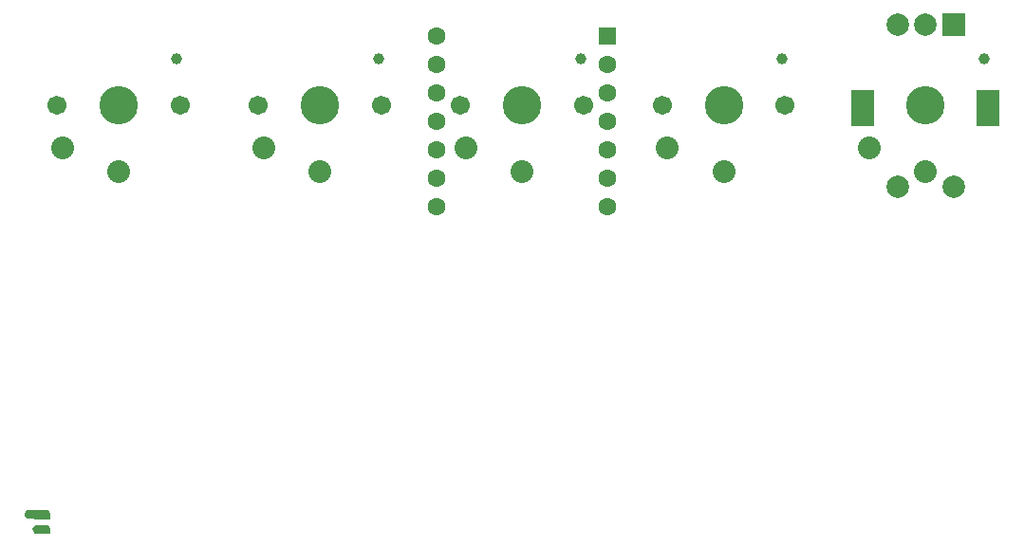
<source format=gbr>
%TF.GenerationSoftware,KiCad,Pcbnew,8.0.6*%
%TF.CreationDate,2024-11-27T16:10:29-06:00*%
%TF.ProjectId,hotdog_pad,686f7464-6f67-45f7-9061-642e6b696361,rev?*%
%TF.SameCoordinates,Original*%
%TF.FileFunction,Soldermask,Top*%
%TF.FilePolarity,Negative*%
%FSLAX46Y46*%
G04 Gerber Fmt 4.6, Leading zero omitted, Abs format (unit mm)*
G04 Created by KiCad (PCBNEW 8.0.6) date 2024-11-27 16:10:29*
%MOMM*%
%LPD*%
G01*
G04 APERTURE LIST*
%ADD10C,0.000000*%
%ADD11C,1.701800*%
%ADD12C,3.429000*%
%ADD13C,0.990600*%
%ADD14C,2.032000*%
%ADD15R,2.000000X2.000000*%
%ADD16C,2.000000*%
%ADD17R,2.000000X3.200000*%
%ADD18R,1.600000X1.600000*%
%ADD19C,1.600000*%
G04 APERTURE END LIST*
D10*
%TO.C,G\u002A\u002A\u002A*%
G36*
X83082793Y-82940115D02*
G01*
X83151414Y-83021132D01*
X83188276Y-83110231D01*
X83202732Y-83239347D01*
X83204545Y-83355752D01*
X83204545Y-83649636D01*
X82269364Y-83645471D01*
X81974648Y-83642091D01*
X81702728Y-83635118D01*
X81470428Y-83625287D01*
X81294571Y-83613331D01*
X81191984Y-83599985D01*
X81184672Y-83598119D01*
X81042689Y-83513529D01*
X80938918Y-83369670D01*
X80895643Y-83198254D01*
X80895455Y-83186559D01*
X80926802Y-83092465D01*
X81004670Y-82980942D01*
X81030448Y-82953356D01*
X81165441Y-82818363D01*
X82063241Y-82818363D01*
X82961041Y-82818363D01*
X83082793Y-82940115D01*
G37*
G36*
X82656413Y-84185574D02*
G01*
X82819689Y-84190779D01*
X82927958Y-84203307D01*
X82999894Y-84226308D01*
X83054173Y-84262934D01*
X83091190Y-84297894D01*
X83157386Y-84379762D01*
X83191805Y-84476657D01*
X83203865Y-84621184D01*
X83204545Y-84690440D01*
X83204545Y-84969630D01*
X82532810Y-84969630D01*
X82270216Y-84968984D01*
X82083535Y-84965465D01*
X81956317Y-84956696D01*
X81872113Y-84940304D01*
X81814473Y-84913912D01*
X81766949Y-84875145D01*
X81747719Y-84856274D01*
X81652217Y-84701909D01*
X81635196Y-84527209D01*
X81696654Y-84360539D01*
X81747719Y-84297894D01*
X81800711Y-84250000D01*
X81858443Y-84217910D01*
X81939589Y-84198474D01*
X82062826Y-84188540D01*
X82246828Y-84184957D01*
X82419454Y-84184539D01*
X82656413Y-84185574D01*
G37*
%TD*%
D11*
%TO.C,SW6*%
X155780000Y-46700000D03*
D12*
X161280000Y-46700000D03*
D13*
X166500000Y-42500000D03*
D11*
X166780000Y-46700000D03*
D14*
X161280000Y-52600000D03*
X156280000Y-50500000D03*
%TD*%
D11*
%TO.C,SW1*%
X83780000Y-46700000D03*
D12*
X89280000Y-46700000D03*
D13*
X94500000Y-42500000D03*
D11*
X94780000Y-46700000D03*
D14*
X89280000Y-52600000D03*
X84280000Y-50500000D03*
%TD*%
D11*
%TO.C,SW3*%
X119780000Y-46700000D03*
D12*
X125280000Y-46700000D03*
D13*
X130500000Y-42500000D03*
D11*
X130780000Y-46700000D03*
D14*
X125280000Y-52600000D03*
X120280000Y-50500000D03*
%TD*%
D11*
%TO.C,SW4*%
X137780000Y-46700000D03*
D12*
X143280000Y-46700000D03*
D13*
X148500000Y-42500000D03*
D11*
X148780000Y-46700000D03*
D14*
X143280000Y-52600000D03*
X138280000Y-50500000D03*
%TD*%
D11*
%TO.C,SW2*%
X101780000Y-46700000D03*
D12*
X107280000Y-46700000D03*
D13*
X112500000Y-42500000D03*
D11*
X112780000Y-46700000D03*
D14*
X107280000Y-52600000D03*
X102280000Y-50500000D03*
%TD*%
D15*
%TO.C,SW5*%
X163780000Y-39450000D03*
D16*
X158780000Y-39450000D03*
X161280000Y-39450000D03*
D17*
X166880000Y-46950000D03*
X155680000Y-46950000D03*
D16*
X158780000Y-53950000D03*
X163780000Y-53950000D03*
%TD*%
D18*
%TO.C,U1*%
X132900000Y-40500000D03*
D19*
X132900000Y-43040000D03*
X132900000Y-45580000D03*
X132900000Y-48120000D03*
X132900000Y-50660000D03*
X132900000Y-53200000D03*
X132900000Y-55740000D03*
X117660000Y-55740000D03*
X117660000Y-53200000D03*
X117660000Y-50660000D03*
X117660000Y-48120000D03*
X117660000Y-45580000D03*
X117660000Y-43040000D03*
X117660000Y-40500000D03*
%TD*%
M02*

</source>
